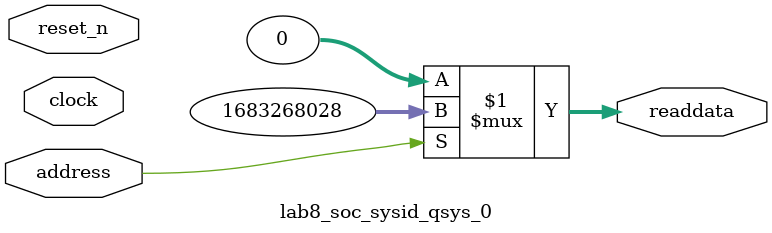
<source format=v>



// synthesis translate_off
`timescale 1ns / 1ps
// synthesis translate_on

// turn off superfluous verilog processor warnings 
// altera message_level Level1 
// altera message_off 10034 10035 10036 10037 10230 10240 10030 

module lab8_soc_sysid_qsys_0 (
               // inputs:
                address,
                clock,
                reset_n,

               // outputs:
                readdata
             )
;

  output  [ 31: 0] readdata;
  input            address;
  input            clock;
  input            reset_n;

  wire    [ 31: 0] readdata;
  //control_slave, which is an e_avalon_slave
  assign readdata = address ? 1683268028 : 0;

endmodule



</source>
